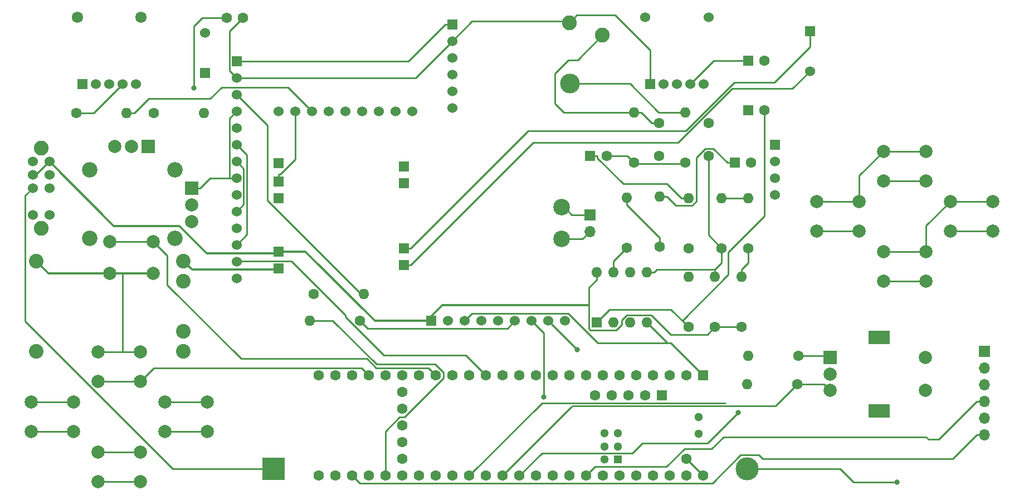
<source format=gbr>
G04 #@! TF.GenerationSoftware,KiCad,Pcbnew,5.1.9-73d0e3b20d~88~ubuntu20.04.1*
G04 #@! TF.CreationDate,2021-05-16T08:32:41-04:00*
G04 #@! TF.ProjectId,TeensyR4gePro-v2,5465656e-7379-4523-9467-6550726f2d76,1*
G04 #@! TF.SameCoordinates,Original*
G04 #@! TF.FileFunction,Copper,L1,Top*
G04 #@! TF.FilePolarity,Positive*
%FSLAX46Y46*%
G04 Gerber Fmt 4.6, Leading zero omitted, Abs format (unit mm)*
G04 Created by KiCad (PCBNEW 5.1.9-73d0e3b20d~88~ubuntu20.04.1) date 2021-05-16 08:32:41*
%MOMM*%
%LPD*%
G01*
G04 APERTURE LIST*
G04 #@! TA.AperFunction,ComponentPad*
%ADD10C,2.224000*%
G04 #@! TD*
G04 #@! TA.AperFunction,ComponentPad*
%ADD11C,2.524000*%
G04 #@! TD*
G04 #@! TA.AperFunction,ComponentPad*
%ADD12R,1.524000X1.524000*%
G04 #@! TD*
G04 #@! TA.AperFunction,ComponentPad*
%ADD13C,1.524000*%
G04 #@! TD*
G04 #@! TA.AperFunction,ComponentPad*
%ADD14O,1.600000X1.600000*%
G04 #@! TD*
G04 #@! TA.AperFunction,ComponentPad*
%ADD15C,1.600000*%
G04 #@! TD*
G04 #@! TA.AperFunction,ComponentPad*
%ADD16C,2.250000*%
G04 #@! TD*
G04 #@! TA.AperFunction,ComponentPad*
%ADD17C,3.000000*%
G04 #@! TD*
G04 #@! TA.AperFunction,ComponentPad*
%ADD18R,2.000000X2.000000*%
G04 #@! TD*
G04 #@! TA.AperFunction,ComponentPad*
%ADD19C,2.000000*%
G04 #@! TD*
G04 #@! TA.AperFunction,ComponentPad*
%ADD20R,3.200000X2.000000*%
G04 #@! TD*
G04 #@! TA.AperFunction,ComponentPad*
%ADD21C,2.340000*%
G04 #@! TD*
G04 #@! TA.AperFunction,ComponentPad*
%ADD22R,1.600000X1.600000*%
G04 #@! TD*
G04 #@! TA.AperFunction,ComponentPad*
%ADD23O,1.700000X1.700000*%
G04 #@! TD*
G04 #@! TA.AperFunction,ComponentPad*
%ADD24R,1.700000X1.700000*%
G04 #@! TD*
G04 #@! TA.AperFunction,ComponentPad*
%ADD25R,3.500000X3.500000*%
G04 #@! TD*
G04 #@! TA.AperFunction,ComponentPad*
%ADD26C,3.500000*%
G04 #@! TD*
G04 #@! TA.AperFunction,ComponentPad*
%ADD27C,1.300000*%
G04 #@! TD*
G04 #@! TA.AperFunction,ComponentPad*
%ADD28R,1.300000X1.300000*%
G04 #@! TD*
G04 #@! TA.AperFunction,ComponentPad*
%ADD29C,1.724000*%
G04 #@! TD*
G04 #@! TA.AperFunction,ViaPad*
%ADD30C,0.800000*%
G04 #@! TD*
G04 #@! TA.AperFunction,Conductor*
%ADD31C,0.250000*%
G04 #@! TD*
G04 #@! TA.AperFunction,Conductor*
%ADD32C,0.350000*%
G04 #@! TD*
G04 APERTURE END LIST*
D10*
X89204800Y-78663800D03*
X89204800Y-75615800D03*
X89204800Y-67995800D03*
X89204800Y-64947800D03*
X66852800Y-64947800D03*
X66852800Y-78663800D03*
D11*
X146652000Y-61620400D03*
X146652000Y-56794400D03*
D12*
X126840000Y-74066400D03*
D13*
X129380000Y-74066400D03*
X131920000Y-74066400D03*
X134460000Y-74066400D03*
X147160000Y-74066400D03*
X144620000Y-74066400D03*
X142080000Y-74066400D03*
X139540000Y-74066400D03*
X137000000Y-74066400D03*
D14*
X157673000Y-42380000D03*
D15*
X157673000Y-50000000D03*
D16*
X152878000Y-30602000D03*
D17*
X147953000Y-38002000D03*
D16*
X147828000Y-28702000D03*
D15*
X98258000Y-27940000D03*
X95758000Y-27940000D03*
D18*
X187452000Y-79629000D03*
D19*
X187452000Y-82129000D03*
X187452000Y-84629000D03*
D20*
X194952000Y-76529000D03*
X194952000Y-87729000D03*
D19*
X201952000Y-79629000D03*
X201952000Y-84629000D03*
D14*
X174879000Y-83693000D03*
D15*
X182499000Y-83693000D03*
D14*
X175006000Y-79375000D03*
D15*
X182626000Y-79375000D03*
D19*
X81280000Y-47498000D03*
D18*
X83820000Y-47498000D03*
D19*
X78740000Y-47498000D03*
D18*
X90424000Y-53848000D03*
D19*
X90424000Y-56388000D03*
X90424000Y-58928000D03*
X77978000Y-61976000D03*
X84582000Y-61976000D03*
D21*
X74930000Y-51054000D03*
X87884000Y-51054000D03*
X87884000Y-61468000D03*
X74930000Y-61468000D03*
D19*
X77978000Y-66802000D03*
X84582000Y-66802000D03*
D13*
X169017000Y-27884100D03*
X159365000Y-27884100D03*
D12*
X160127000Y-38044100D03*
D13*
X162159000Y-38044100D03*
X168255000Y-38044100D03*
X166223000Y-38044100D03*
X164191000Y-38044100D03*
D14*
X152000000Y-66680100D03*
X159620000Y-74300100D03*
X154540000Y-66680100D03*
X157080000Y-74300100D03*
X157080000Y-66680100D03*
X154540000Y-74300100D03*
X159620000Y-66680100D03*
D22*
X152000000Y-74300100D03*
D14*
X156574000Y-55280600D03*
D15*
X156574000Y-62900600D03*
D14*
X166000000Y-67380000D03*
D15*
X166000000Y-75000000D03*
D14*
X161572000Y-55148500D03*
D15*
X161572000Y-62768500D03*
D14*
X166000000Y-55380000D03*
D15*
X166000000Y-63000000D03*
D14*
X171000000Y-55380000D03*
D15*
X171000000Y-63000000D03*
D14*
X170000000Y-67380000D03*
D15*
X170000000Y-75000000D03*
D14*
X175000000Y-55380000D03*
D15*
X175000000Y-63000000D03*
D14*
X174000000Y-67380000D03*
D15*
X174000000Y-75000000D03*
D14*
X165500000Y-42380000D03*
D15*
X165500000Y-50000000D03*
X177500000Y-34500000D03*
D22*
X175000000Y-34500000D03*
D15*
X177500000Y-42000000D03*
D22*
X175000000Y-42000000D03*
D15*
X175500000Y-50000000D03*
D22*
X173000000Y-50000000D03*
D15*
X153500000Y-49000000D03*
D22*
X151000000Y-49000000D03*
D15*
X169000000Y-49000000D03*
X169000000Y-44000000D03*
X161500000Y-44000000D03*
X161500000Y-49000000D03*
D14*
X108380000Y-74000000D03*
D15*
X116000000Y-74000000D03*
D23*
X151003000Y-60452000D03*
D24*
X151003000Y-57912000D03*
D25*
X102870000Y-96520000D03*
D26*
X174870000Y-96520000D03*
D27*
X167469000Y-91236800D03*
X167469000Y-88696800D03*
D15*
X122479000Y-95046800D03*
X122479000Y-92506800D03*
X122479000Y-89966800D03*
X122479000Y-87426800D03*
X122479000Y-84886800D03*
D27*
X155229000Y-91148400D03*
X153229000Y-91148400D03*
X153229000Y-93148400D03*
X155229000Y-93148400D03*
X153229000Y-95148400D03*
D28*
X155229000Y-95148400D03*
D15*
X127559000Y-82346800D03*
X125019000Y-82346800D03*
X122479000Y-82346800D03*
X119939000Y-82346800D03*
X130099000Y-82346800D03*
X132639000Y-82346800D03*
X135179000Y-82346800D03*
X117399000Y-82346800D03*
X114859000Y-82346800D03*
X112319000Y-82346800D03*
X109779000Y-82346800D03*
X109779000Y-97586800D03*
X112319000Y-97586800D03*
X114859000Y-97586800D03*
X117399000Y-97586800D03*
X119939000Y-97586800D03*
X122479000Y-97586800D03*
X125019000Y-97586800D03*
X127559000Y-97586800D03*
X130099000Y-97586800D03*
X132639000Y-97586800D03*
X137719000Y-82346800D03*
X140259000Y-82346800D03*
X142799000Y-82346800D03*
X145339000Y-82346800D03*
X147879000Y-82346800D03*
X150419000Y-82346800D03*
X152959000Y-82346800D03*
X155499000Y-82346800D03*
X158039000Y-82346800D03*
X160579000Y-82346800D03*
X163119000Y-82346800D03*
X165659000Y-82346800D03*
D22*
X168199000Y-82346800D03*
D15*
X135179000Y-97586800D03*
X137719000Y-97586800D03*
X140259000Y-97586800D03*
X142799000Y-97586800D03*
X145339000Y-97586800D03*
X147879000Y-97586800D03*
X150419000Y-97586800D03*
X152959000Y-97586800D03*
X155499000Y-97586800D03*
X158039000Y-97586800D03*
X160579000Y-97586800D03*
X163119000Y-97586800D03*
X165659000Y-97586800D03*
X168199000Y-97586800D03*
D22*
X161899800Y-85397600D03*
D15*
X159359800Y-85397600D03*
X156819800Y-85397600D03*
X154279800Y-85397600D03*
X151739800Y-85397600D03*
X165659000Y-95046800D03*
D23*
X210922000Y-91389200D03*
X210922000Y-88849200D03*
X210922000Y-86309200D03*
X210922000Y-83769200D03*
X210922000Y-81229200D03*
D24*
X210922000Y-78689200D03*
D13*
X66294000Y-57937400D03*
X66294000Y-53873400D03*
X66294000Y-51841400D03*
X68834000Y-57937400D03*
X68834000Y-53873400D03*
X68834000Y-51841400D03*
X66294000Y-49809400D03*
X68834000Y-49809400D03*
D16*
X67564000Y-59969400D03*
X67564000Y-47777400D03*
D14*
X92323900Y-42412900D03*
D15*
X84703900Y-42412900D03*
D14*
X80579000Y-42479000D03*
D15*
X72959000Y-42479000D03*
D12*
X179070000Y-47244000D03*
D13*
X179070000Y-49784000D03*
X179070000Y-52324000D03*
X179070000Y-54864000D03*
X97282000Y-67564000D03*
X97282000Y-65024000D03*
X97282000Y-62484000D03*
X97282000Y-59944000D03*
X97282000Y-57404000D03*
X97282000Y-54864000D03*
X97282000Y-52324000D03*
X97282000Y-49784000D03*
X97282000Y-47244000D03*
X97282000Y-44704000D03*
X97282000Y-42164000D03*
X97282000Y-39624000D03*
X97282000Y-37084000D03*
D12*
X97282000Y-34544000D03*
D29*
X82778600Y-27924800D03*
X73126600Y-27924800D03*
D12*
X73888600Y-38084800D03*
D13*
X75920600Y-38084800D03*
X82016600Y-38084800D03*
X79984600Y-38084800D03*
X77952600Y-38084800D03*
D12*
X103632000Y-55372000D03*
X103632000Y-52832000D03*
X103632000Y-63500000D03*
X103632000Y-66040000D03*
X103632000Y-50038000D03*
X122682000Y-62992000D03*
X122682000Y-65532000D03*
X122682000Y-53086000D03*
X122682000Y-50546000D03*
D13*
X103632000Y-42164000D03*
X106172000Y-42164000D03*
X108712000Y-42164000D03*
X111252000Y-42164000D03*
X113792000Y-42164000D03*
X116332000Y-42164000D03*
X118872000Y-42164000D03*
X121412000Y-42164000D03*
X123952000Y-42164000D03*
X130048000Y-41656000D03*
X130048000Y-39116000D03*
X130048000Y-36576000D03*
X130048000Y-34036000D03*
X130048000Y-31496000D03*
D12*
X130048000Y-28956000D03*
D14*
X116620000Y-70000000D03*
D15*
X109000000Y-70000000D03*
D12*
X184404000Y-30018000D03*
D13*
X184404000Y-36114000D03*
D12*
X92456000Y-36322000D03*
D13*
X92456000Y-30226000D03*
D19*
X82700000Y-78740000D03*
X82700000Y-83240000D03*
X76200000Y-78740000D03*
X76200000Y-83240000D03*
X82700000Y-93980000D03*
X82700000Y-98480000D03*
X76200000Y-93980000D03*
X76200000Y-98480000D03*
X72540000Y-86360000D03*
X72540000Y-90860000D03*
X66040000Y-86360000D03*
X66040000Y-90860000D03*
X92860000Y-86360000D03*
X92860000Y-90860000D03*
X86360000Y-86360000D03*
X86360000Y-90860000D03*
X202080000Y-63500000D03*
X202080000Y-68000000D03*
X195580000Y-63500000D03*
X195580000Y-68000000D03*
X212240000Y-55880000D03*
X212240000Y-60380000D03*
X205740000Y-55880000D03*
X205740000Y-60380000D03*
X191920000Y-55880000D03*
X191920000Y-60380000D03*
X185420000Y-55880000D03*
X185420000Y-60380000D03*
X202080000Y-48260000D03*
X202080000Y-52760000D03*
X195580000Y-48260000D03*
X195580000Y-52760000D03*
D30*
X197612000Y-98552000D03*
X149016200Y-78462600D03*
X90805000Y-38608000D03*
X143939400Y-85609400D03*
X173482000Y-88011000D03*
D31*
X202080000Y-63500000D02*
X202080000Y-59540000D01*
X202080000Y-59540000D02*
X205740000Y-55880000D01*
X195580000Y-63500000D02*
X202080000Y-63500000D01*
X191008000Y-98552000D02*
X188976000Y-96520000D01*
X188976000Y-96520000D02*
X174870000Y-96520000D01*
X197612000Y-98552000D02*
X197612000Y-98552000D01*
X131920000Y-74066400D02*
X133036700Y-72949700D01*
X133036700Y-72949700D02*
X147730200Y-72949700D01*
X195580000Y-48260000D02*
X191920000Y-51920000D01*
X191920000Y-51920000D02*
X191920000Y-55880000D01*
X202080000Y-48260000D02*
X195580000Y-48260000D01*
X165500000Y-50000000D02*
X165352600Y-50147400D01*
X165352600Y-50147400D02*
X157820400Y-50147400D01*
X157820400Y-50147400D02*
X157673000Y-50000000D01*
X79936700Y-78740000D02*
X82700000Y-78740000D01*
X76200000Y-78740000D02*
X79936700Y-78740000D01*
X79936700Y-78740000D02*
X79936700Y-66802000D01*
D32*
X79936700Y-66802000D02*
X84582000Y-66802000D01*
X77978000Y-66802000D02*
X79936700Y-66802000D01*
X66852800Y-64947800D02*
X68707000Y-66802000D01*
X68707000Y-66802000D02*
X77978000Y-66802000D01*
D31*
X191920000Y-55880000D02*
X185420000Y-55880000D01*
X130048000Y-31496000D02*
X124460000Y-37084000D01*
X124460000Y-37084000D02*
X97282000Y-37084000D01*
X175000000Y-55380000D02*
X171000000Y-55380000D01*
X153500000Y-49000000D02*
X156673000Y-49000000D01*
X156673000Y-49000000D02*
X157673000Y-50000000D01*
X76200000Y-93980000D02*
X82700000Y-93980000D01*
X66040000Y-86360000D02*
X72540000Y-86360000D01*
X86360000Y-86360000D02*
X92860000Y-86360000D01*
X205740000Y-55880000D02*
X212240000Y-55880000D01*
D32*
X89204800Y-64947800D02*
X90507000Y-66250000D01*
D31*
X103422000Y-66250000D02*
X103632000Y-66040000D01*
D32*
X90507000Y-66250000D02*
X103422000Y-66250000D01*
D31*
X130048000Y-31496000D02*
X133044000Y-28500000D01*
X133044000Y-28500000D02*
X147971400Y-28500000D01*
X168199000Y-82346800D02*
X168146800Y-82346800D01*
X152180500Y-77400000D02*
X150490250Y-75709750D01*
X163200000Y-77400000D02*
X152180500Y-77400000D01*
X150490250Y-75709750D02*
X150656200Y-75875700D01*
X147730200Y-72949700D02*
X150490250Y-75709750D01*
X159620000Y-74300100D02*
X162769900Y-77450000D01*
X162769900Y-77450000D02*
X163250000Y-77450000D01*
X163250000Y-77450000D02*
X163200000Y-77400000D01*
X168146800Y-82346800D02*
X163250000Y-77450000D01*
X197612000Y-98552000D02*
X191008000Y-98552000D01*
X96194999Y-35996999D02*
X97282000Y-37084000D01*
X96194999Y-30003001D02*
X96194999Y-35996999D01*
X98258000Y-27940000D02*
X96194999Y-30003001D01*
X148952999Y-27577001D02*
X154831001Y-27577001D01*
X147828000Y-28702000D02*
X148952999Y-27577001D01*
X160127000Y-32873000D02*
X160127000Y-38044100D01*
X154831001Y-27577001D02*
X160127000Y-32873000D01*
X66294000Y-53873400D02*
X65180400Y-54987000D01*
X65180400Y-54987000D02*
X65180400Y-74094800D01*
X65180400Y-74094800D02*
X87605600Y-96520000D01*
X87605600Y-96520000D02*
X102870000Y-96520000D01*
X96194600Y-52324000D02*
X97282000Y-52324000D01*
X91749300Y-53848000D02*
X93273300Y-52324000D01*
X93273300Y-52324000D02*
X96194600Y-52324000D01*
X97282000Y-42164000D02*
X96194600Y-43251400D01*
X96194600Y-43251400D02*
X96194600Y-52324000D01*
X130048000Y-28956000D02*
X128960700Y-28956000D01*
X128960700Y-28956000D02*
X123372700Y-34544000D01*
X123372700Y-34544000D02*
X97282000Y-34544000D01*
X144620000Y-74066400D02*
X149016200Y-78462600D01*
X90424000Y-53848000D02*
X91749300Y-53848000D01*
X116000000Y-74000000D02*
X117172900Y-75172900D01*
X117172900Y-75172900D02*
X138433500Y-75172900D01*
X138433500Y-75172900D02*
X139540000Y-74066400D01*
X82700000Y-83240000D02*
X84723400Y-81216600D01*
X84723400Y-81216600D02*
X116268800Y-81216600D01*
X116268800Y-81216600D02*
X117399000Y-82346800D01*
X76200000Y-83240000D02*
X82700000Y-83240000D01*
X76200000Y-98480000D02*
X82700000Y-98480000D01*
X66040000Y-90860000D02*
X72540000Y-90860000D01*
X86360000Y-90860000D02*
X92860000Y-90860000D01*
X150419000Y-97586800D02*
X151787000Y-96218800D01*
X151787000Y-96218800D02*
X162636400Y-96218800D01*
X162636400Y-96218800D02*
X165362300Y-93492900D01*
X165362300Y-93492900D02*
X169476000Y-93492900D01*
X169476000Y-93492900D02*
X171285400Y-91683500D01*
X171285400Y-91683500D02*
X202089500Y-91683500D01*
X202089500Y-91683500D02*
X202442200Y-92036200D01*
X202442200Y-92036200D02*
X204019700Y-92036200D01*
X204019700Y-92036200D02*
X209746700Y-86309200D01*
X210922000Y-86309200D02*
X209746700Y-86309200D01*
X184404000Y-32346000D02*
X184404000Y-30018000D01*
X179000000Y-37750000D02*
X184404000Y-32346000D01*
X172944390Y-37750000D02*
X179000000Y-37750000D01*
X165568990Y-45125400D02*
X172944390Y-37750000D01*
X141635900Y-45125400D02*
X165568990Y-45125400D01*
X123769300Y-62992000D02*
X141635900Y-45125400D01*
X122682000Y-62992000D02*
X123769300Y-62992000D01*
X123769300Y-65532000D02*
X142352200Y-46949100D01*
X142352200Y-46949100D02*
X164381700Y-46949100D01*
X122682000Y-65532000D02*
X123769300Y-65532000D01*
X164381700Y-46949100D02*
X172580800Y-38750000D01*
X181768000Y-38750000D02*
X184404000Y-36114000D01*
X172580800Y-38750000D02*
X181768000Y-38750000D01*
X202080000Y-68000000D02*
X195580000Y-68000000D01*
X205740000Y-60380000D02*
X212240000Y-60380000D01*
X185420000Y-60380000D02*
X191920000Y-60380000D01*
X195580000Y-52760000D02*
X202080000Y-52760000D01*
X108380000Y-74000000D02*
X111914100Y-74000000D01*
X111914100Y-74000000D02*
X118537900Y-80623800D01*
X118537900Y-80623800D02*
X127463000Y-80623800D01*
X127463000Y-80623800D02*
X128754300Y-81915100D01*
X128754300Y-81915100D02*
X128754300Y-82746000D01*
X128754300Y-82746000D02*
X122803500Y-88696800D01*
X122803500Y-88696800D02*
X122078600Y-88696800D01*
X122078600Y-88696800D02*
X119939000Y-90836400D01*
X119939000Y-90836400D02*
X119939000Y-97586800D01*
X97282000Y-39624000D02*
X101958100Y-44300100D01*
X101958100Y-44300100D02*
X101958100Y-55758700D01*
X101958100Y-55758700D02*
X116199400Y-70000000D01*
X116199400Y-70000000D02*
X116620000Y-70000000D01*
X95758000Y-27940000D02*
X92075000Y-27940000D01*
X90805000Y-29210000D02*
X92075000Y-27940000D01*
X90805000Y-38608000D02*
X90805000Y-29210000D01*
X152000000Y-66680100D02*
X152000000Y-67805400D01*
X150833900Y-72457800D02*
X150833900Y-75229300D01*
X150833900Y-75229300D02*
X151030000Y-75425400D01*
X151030000Y-75425400D02*
X155012300Y-75425400D01*
X155012300Y-75425400D02*
X155810000Y-74627700D01*
X155810000Y-74627700D02*
X155810000Y-73909800D01*
X155810000Y-73909800D02*
X156545000Y-73174800D01*
X156545000Y-73174800D02*
X160295000Y-73174800D01*
X160295000Y-73174800D02*
X163255400Y-76135200D01*
X163255400Y-76135200D02*
X168864800Y-76135200D01*
X168864800Y-76135200D02*
X170000000Y-75000000D01*
X152000000Y-67805400D02*
X150833900Y-68971500D01*
X103088400Y-63500000D02*
X103632000Y-63500000D01*
X174000000Y-75000000D02*
X170000000Y-75000000D01*
D32*
X68834000Y-49809400D02*
X78632900Y-59608300D01*
X68834000Y-49809400D02*
X66802000Y-51841400D01*
D31*
X66802000Y-51841400D02*
X66294000Y-51841400D01*
D32*
X165659000Y-95046800D02*
X168199000Y-97586800D01*
X78632900Y-59608300D02*
X88608300Y-59608300D01*
X88608300Y-59608300D02*
X92750000Y-63750000D01*
D31*
X103382000Y-63750000D02*
X103632000Y-63500000D01*
D32*
X92750000Y-63750000D02*
X103382000Y-63750000D01*
X103632000Y-63500000D02*
X107750000Y-63500000D01*
X118316400Y-74066400D02*
X126840000Y-74066400D01*
X107750000Y-63500000D02*
X118316400Y-74066400D01*
D31*
X126840000Y-74066400D02*
X126840000Y-73360000D01*
D32*
X128533900Y-71666100D02*
X150833900Y-71666100D01*
X126840000Y-73360000D02*
X128533900Y-71666100D01*
D31*
X150833900Y-71666100D02*
X150833900Y-72457800D01*
X150833900Y-68971500D02*
X150833900Y-71666100D01*
X142080000Y-74066400D02*
X143939400Y-75925800D01*
X143939400Y-75925800D02*
X143939400Y-85609400D01*
X103632000Y-52832000D02*
X103632000Y-51744700D01*
X106172000Y-42164000D02*
X106172000Y-49510500D01*
X106172000Y-49510500D02*
X103937800Y-51744700D01*
X103937800Y-51744700D02*
X103632000Y-51744700D01*
X171566900Y-86522900D02*
X143702900Y-86522900D01*
X143702900Y-86522900D02*
X132639000Y-97586800D01*
X79984600Y-38084800D02*
X75590400Y-42479000D01*
X75590400Y-42479000D02*
X72959000Y-42479000D01*
X80579000Y-42479000D02*
X81704300Y-42479000D01*
X81704300Y-42479000D02*
X83922500Y-40260800D01*
X83922500Y-40260800D02*
X93289400Y-40260800D01*
X93289400Y-40260800D02*
X95022200Y-38528000D01*
X95022200Y-38528000D02*
X105076000Y-38528000D01*
X105076000Y-38528000D02*
X108712000Y-42164000D01*
X77978000Y-61976000D02*
X84582000Y-61976000D01*
X126433700Y-81221500D02*
X127559000Y-82346800D01*
X118498700Y-81221500D02*
X126433700Y-81221500D01*
X117101100Y-79823900D02*
X118498700Y-81221500D01*
X97984900Y-79823900D02*
X117101100Y-79823900D01*
X86741000Y-68580000D02*
X97984900Y-79823900D01*
X86741000Y-64135000D02*
X86741000Y-68580000D01*
X84582000Y-61976000D02*
X86741000Y-64135000D01*
X97282000Y-49784000D02*
X98371400Y-50873400D01*
X98371400Y-50873400D02*
X98371400Y-56314600D01*
X98371400Y-56314600D02*
X97282000Y-57404000D01*
X135179000Y-82346800D02*
X132088800Y-79256600D01*
X132088800Y-79256600D02*
X119657800Y-79256600D01*
X119657800Y-79256600D02*
X113796000Y-73394800D01*
X113796000Y-73394800D02*
X113796000Y-73147400D01*
X113796000Y-73147400D02*
X105601200Y-64952600D01*
X105601200Y-64952600D02*
X97353400Y-64952600D01*
X97353400Y-64952600D02*
X97282000Y-65024000D01*
X97282000Y-47244000D02*
X98843600Y-48805600D01*
X98843600Y-48805600D02*
X98843600Y-60922400D01*
X98843600Y-60922400D02*
X97282000Y-62484000D01*
X157673000Y-42380000D02*
X158798300Y-42380000D01*
X161500000Y-44000000D02*
X160418300Y-44000000D01*
X160418300Y-44000000D02*
X158798300Y-42380000D01*
X152878000Y-30602000D02*
X149098000Y-34382000D01*
X149098000Y-34382000D02*
X147736000Y-34382000D01*
X147736000Y-34382000D02*
X145669000Y-36449000D01*
X145669000Y-36449000D02*
X145669000Y-41021000D01*
X147028000Y-42380000D02*
X157673000Y-42380000D01*
X145669000Y-41021000D02*
X147028000Y-42380000D01*
X174000000Y-67380000D02*
X174000000Y-66254700D01*
X174000000Y-66254700D02*
X175000000Y-65254700D01*
X175000000Y-65254700D02*
X175000000Y-63000000D01*
X159620000Y-66680100D02*
X160745300Y-66680100D01*
X170000000Y-66254700D02*
X161170700Y-66254700D01*
X161170700Y-66254700D02*
X160745300Y-66680100D01*
X170000000Y-66367300D02*
X170000000Y-66254700D01*
X170000000Y-67380000D02*
X170000000Y-66367300D01*
X170000000Y-66254700D02*
X171000000Y-65254700D01*
X171000000Y-65254700D02*
X171000000Y-63000000D01*
X169000000Y-49000000D02*
X169000000Y-61000000D01*
X169000000Y-61000000D02*
X171000000Y-63000000D01*
X165500000Y-42380000D02*
X161451400Y-42380000D01*
X157073400Y-38002000D02*
X161451400Y-42380000D01*
X147953000Y-38002000D02*
X157073400Y-38002000D01*
X166000000Y-55380000D02*
X164874700Y-55380000D01*
X151000000Y-49000000D02*
X152125300Y-49000000D01*
X152125300Y-49000000D02*
X152125300Y-49281300D01*
X152125300Y-49281300D02*
X156071600Y-53227600D01*
X156071600Y-53227600D02*
X162722300Y-53227600D01*
X162722300Y-53227600D02*
X164874700Y-55380000D01*
X161572000Y-55148500D02*
X162697300Y-55148500D01*
X173000000Y-50000000D02*
X171874700Y-50000000D01*
X171874700Y-50000000D02*
X169701200Y-47826500D01*
X169701200Y-47826500D02*
X168549300Y-47826500D01*
X168549300Y-47826500D02*
X167135000Y-49240800D01*
X167135000Y-49240800D02*
X167135000Y-55867900D01*
X167135000Y-55867900D02*
X166494700Y-56508200D01*
X166494700Y-56508200D02*
X164057000Y-56508200D01*
X164057000Y-56508200D02*
X162697300Y-55148500D01*
X166000000Y-75000000D02*
X165013100Y-74013000D01*
X177500000Y-42000000D02*
X177500000Y-58091600D01*
X177500000Y-58091600D02*
X172000000Y-63591600D01*
X172000000Y-63591600D02*
X172000000Y-67026100D01*
X172000000Y-67026100D02*
X165013100Y-74013000D01*
X152000000Y-74300100D02*
X154000100Y-72300000D01*
X163300000Y-72300000D02*
X166000000Y-75000000D01*
X154000100Y-72300000D02*
X163300000Y-72300000D01*
X156574000Y-62900600D02*
X154540000Y-64934600D01*
X154540000Y-64934600D02*
X154540000Y-66680100D01*
X169767100Y-34500000D02*
X175000000Y-34500000D01*
X166223000Y-38044100D02*
X169767100Y-34500000D01*
X147312400Y-60960000D02*
X146652000Y-61620400D01*
X149834600Y-61620400D02*
X151003000Y-60452000D01*
X146652000Y-61620400D02*
X149834600Y-61620400D01*
X146652000Y-56794400D02*
X147091400Y-56794400D01*
X148209000Y-57912000D02*
X151003000Y-57912000D01*
X147091400Y-56794400D02*
X148209000Y-57912000D01*
X156574000Y-55280600D02*
X156574000Y-56405900D01*
X156574000Y-56405900D02*
X161572000Y-61403900D01*
X161572000Y-61403900D02*
X161572000Y-62768500D01*
X173389000Y-88138000D02*
X168853300Y-92673700D01*
X168853300Y-92673700D02*
X158944800Y-92673700D01*
X158944800Y-92673700D02*
X157470200Y-94148300D01*
X157470200Y-94148300D02*
X143697500Y-94148300D01*
X143697500Y-94148300D02*
X140259000Y-97586800D01*
X187198000Y-79375000D02*
X187452000Y-79629000D01*
X182626000Y-79375000D02*
X187198000Y-79375000D01*
X148134700Y-87171100D02*
X137719000Y-97586800D01*
X186516000Y-83693000D02*
X187452000Y-84629000D01*
X182499000Y-83693000D02*
X186516000Y-83693000D01*
X148332891Y-86972909D02*
X148134700Y-87171100D01*
X179219091Y-86972909D02*
X148332891Y-86972909D01*
X182499000Y-83693000D02*
X179219091Y-86972909D01*
X210922000Y-91389200D02*
X209746700Y-91389200D01*
X209746700Y-91389200D02*
X206084500Y-95051400D01*
X206084500Y-95051400D02*
X177246600Y-95051400D01*
X177246600Y-95051400D02*
X176636400Y-94441200D01*
X176636400Y-94441200D02*
X173894300Y-94441200D01*
X173894300Y-94441200D02*
X169596300Y-98739200D01*
X169596300Y-98739200D02*
X116011400Y-98739200D01*
X116011400Y-98739200D02*
X114859000Y-97586800D01*
M02*

</source>
